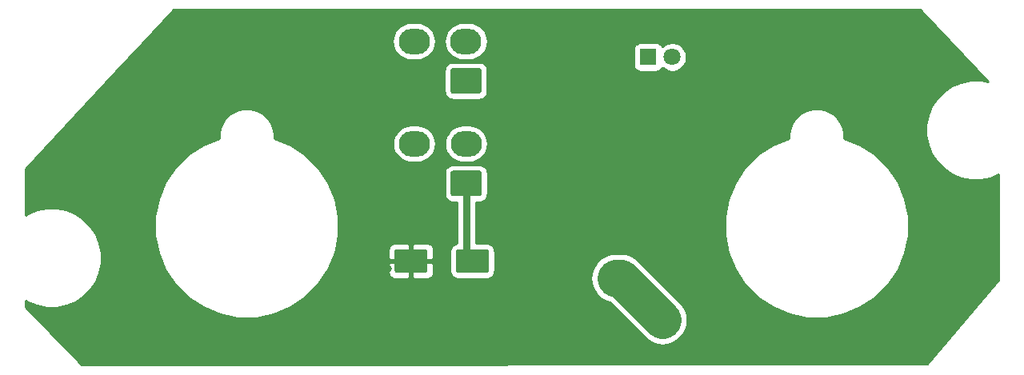
<source format=gbr>
%TF.GenerationSoftware,KiCad,Pcbnew,(5.1.10)-1*%
%TF.CreationDate,2021-10-30T22:23:43+11:00*%
%TF.ProjectId,HYD ISO Panel PCB V2,48594420-4953-44f2-9050-616e656c2050,rev?*%
%TF.SameCoordinates,Original*%
%TF.FileFunction,Copper,L2,Bot*%
%TF.FilePolarity,Positive*%
%FSLAX46Y46*%
G04 Gerber Fmt 4.6, Leading zero omitted, Abs format (unit mm)*
G04 Created by KiCad (PCBNEW (5.1.10)-1) date 2021-10-30 22:23:43*
%MOMM*%
%LPD*%
G01*
G04 APERTURE LIST*
%TA.AperFunction,ComponentPad*%
%ADD10O,3.300000X2.700000*%
%TD*%
%TA.AperFunction,ComponentPad*%
%ADD11C,1.800000*%
%TD*%
%TA.AperFunction,ComponentPad*%
%ADD12R,1.800000X1.800000*%
%TD*%
%TA.AperFunction,ViaPad*%
%ADD13C,0.800000*%
%TD*%
%TA.AperFunction,Conductor*%
%ADD14C,0.750000*%
%TD*%
%TA.AperFunction,Conductor*%
%ADD15C,4.000000*%
%TD*%
%TA.AperFunction,Conductor*%
%ADD16C,0.254000*%
%TD*%
%TA.AperFunction,Conductor*%
%ADD17C,0.100000*%
%TD*%
G04 APERTURE END LIST*
D10*
%TO.P,J2,4*%
%TO.N,/DATAOUT*%
X109485800Y-75164840D03*
%TO.P,J2,3*%
%TO.N,/LEDGND*%
X109485800Y-79364840D03*
%TO.P,J2,2*%
%TO.N,/LED+5V*%
X114985800Y-75164840D03*
%TO.P,J2,1*%
%TA.AperFunction,ComponentPad*%
G36*
G01*
X116385799Y-80714840D02*
X113585801Y-80714840D01*
G75*
G02*
X113335800Y-80464839I0J250001D01*
G01*
X113335800Y-78264841D01*
G75*
G02*
X113585801Y-78014840I250001J0D01*
G01*
X116385799Y-78014840D01*
G75*
G02*
X116635800Y-78264841I0J-250001D01*
G01*
X116635800Y-80464839D01*
G75*
G02*
X116385799Y-80714840I-250001J0D01*
G01*
G37*
%TD.AperFunction*%
%TD*%
%TO.P,J1,4*%
%TO.N,/DATAIN*%
X109468920Y-64320420D03*
%TO.P,J1,3*%
%TO.N,/LEDGND*%
X109468920Y-68520420D03*
%TO.P,J1,2*%
%TO.N,/LED+5V*%
X114968920Y-64320420D03*
%TO.P,J1,1*%
%TA.AperFunction,ComponentPad*%
G36*
G01*
X116368919Y-69870420D02*
X113568921Y-69870420D01*
G75*
G02*
X113318920Y-69620419I0J250001D01*
G01*
X113318920Y-67420421D01*
G75*
G02*
X113568921Y-67170420I250001J0D01*
G01*
X116368919Y-67170420D01*
G75*
G02*
X116618920Y-67420421I0J-250001D01*
G01*
X116618920Y-69620419D01*
G75*
G02*
X116368919Y-69870420I-250001J0D01*
G01*
G37*
%TD.AperFunction*%
%TD*%
%TO.P,C1,2*%
%TO.N,/LEDGND*%
%TA.AperFunction,SMDPad,CuDef*%
G36*
G01*
X110892460Y-86591900D02*
X110892460Y-88591900D01*
G75*
G02*
X110642460Y-88841900I-250000J0D01*
G01*
X107642460Y-88841900D01*
G75*
G02*
X107392460Y-88591900I0J250000D01*
G01*
X107392460Y-86591900D01*
G75*
G02*
X107642460Y-86341900I250000J0D01*
G01*
X110642460Y-86341900D01*
G75*
G02*
X110892460Y-86591900I0J-250000D01*
G01*
G37*
%TD.AperFunction*%
%TO.P,C1,1*%
%TO.N,/LED+5V*%
%TA.AperFunction,SMDPad,CuDef*%
G36*
G01*
X117392460Y-86591900D02*
X117392460Y-88591900D01*
G75*
G02*
X117142460Y-88841900I-250000J0D01*
G01*
X114142460Y-88841900D01*
G75*
G02*
X113892460Y-88591900I0J250000D01*
G01*
X113892460Y-86591900D01*
G75*
G02*
X114142460Y-86341900I250000J0D01*
G01*
X117142460Y-86341900D01*
G75*
G02*
X117392460Y-86591900I0J-250000D01*
G01*
G37*
%TD.AperFunction*%
%TD*%
D11*
%TO.P,D25,2*%
%TO.N,/LED+5V*%
X136800000Y-66000000D03*
D12*
%TO.P,D25,1*%
%TO.N,Net-(D25-Pad1)*%
X134260000Y-66000000D03*
%TD*%
D13*
%TO.N,/LEDGND*%
X89052400Y-97160080D03*
X100378460Y-96415660D03*
X83830160Y-91241880D03*
X96400620Y-69791580D03*
X101711760Y-75478640D03*
X106550660Y-81559200D03*
X106715560Y-88389460D03*
X130647440Y-64582040D03*
X126588520Y-67663060D03*
X123045220Y-88038940D03*
X123022360Y-78564740D03*
X126156720Y-96791780D03*
X144975580Y-92483940D03*
X142709900Y-71915020D03*
X166463980Y-83027520D03*
X165801440Y-90322000D03*
X161334546Y-94606206D03*
X155640859Y-97493001D03*
X81917540Y-76962611D03*
X156748480Y-69166740D03*
X161949612Y-74725388D03*
X142723340Y-78051660D03*
%TO.N,/LED+5V*%
X134747000Y-92837000D03*
X135255000Y-93345000D03*
X135763000Y-93853000D03*
X131826000Y-90424000D03*
X131318000Y-89916000D03*
X130810000Y-89408000D03*
%TD*%
D14*
%TO.N,/LED+5V*%
X114985800Y-86935240D02*
X115642460Y-87591900D01*
X114985800Y-79364840D02*
X114985800Y-86935240D01*
D15*
X131318000Y-89408000D02*
X135763000Y-93853000D01*
X130810000Y-89408000D02*
X131318000Y-89408000D01*
%TD*%
D16*
%TO.N,/LEDGND*%
X170251825Y-68613067D02*
X169420848Y-68447776D01*
X168381370Y-68447776D01*
X167361865Y-68650568D01*
X166401512Y-69048359D01*
X165537218Y-69625863D01*
X164802196Y-70360885D01*
X164224692Y-71225179D01*
X163826901Y-72185532D01*
X163624109Y-73205037D01*
X163624109Y-74244515D01*
X163826901Y-75264020D01*
X164224692Y-76224373D01*
X164802196Y-77088667D01*
X165537218Y-77823689D01*
X166401512Y-78401193D01*
X167361865Y-78798984D01*
X168381370Y-79001776D01*
X169420848Y-79001776D01*
X170440353Y-78798984D01*
X171298000Y-78443735D01*
X171298001Y-89621225D01*
X163745822Y-98440506D01*
X74280482Y-98589532D01*
X68360287Y-92434409D01*
X68361016Y-91759317D01*
X68611512Y-91926693D01*
X69571865Y-92324484D01*
X70591370Y-92527276D01*
X71630848Y-92527276D01*
X72650353Y-92324484D01*
X73610706Y-91926693D01*
X74475000Y-91349189D01*
X75210022Y-90614167D01*
X75787526Y-89749873D01*
X76185317Y-88789520D01*
X76388109Y-87770015D01*
X76388109Y-86730537D01*
X76185317Y-85711032D01*
X75787526Y-84750679D01*
X75210022Y-83886385D01*
X74475000Y-83151363D01*
X74138844Y-82926750D01*
X82021609Y-82926750D01*
X82021609Y-84842802D01*
X82395412Y-86722037D01*
X83128653Y-88492238D01*
X84193155Y-90085377D01*
X85548008Y-91440230D01*
X87141147Y-92504732D01*
X88911348Y-93237973D01*
X90790583Y-93611776D01*
X92706635Y-93611776D01*
X94585870Y-93237973D01*
X96356071Y-92504732D01*
X97949210Y-91440230D01*
X99304063Y-90085377D01*
X100134928Y-88841900D01*
X106754388Y-88841900D01*
X106766648Y-88966382D01*
X106802958Y-89086080D01*
X106861923Y-89196394D01*
X106941275Y-89293085D01*
X107037966Y-89372437D01*
X107148280Y-89431402D01*
X107267978Y-89467712D01*
X107392460Y-89479972D01*
X108856710Y-89476900D01*
X109015460Y-89318150D01*
X109015460Y-87718900D01*
X109269460Y-87718900D01*
X109269460Y-89318150D01*
X109428210Y-89476900D01*
X110892460Y-89479972D01*
X111016942Y-89467712D01*
X111136640Y-89431402D01*
X111246954Y-89372437D01*
X111343645Y-89293085D01*
X111422997Y-89196394D01*
X111481962Y-89086080D01*
X111518272Y-88966382D01*
X111530532Y-88841900D01*
X111527460Y-87877650D01*
X111368710Y-87718900D01*
X109269460Y-87718900D01*
X109015460Y-87718900D01*
X106916210Y-87718900D01*
X106757460Y-87877650D01*
X106754388Y-88841900D01*
X100134928Y-88841900D01*
X100368565Y-88492238D01*
X101101806Y-86722037D01*
X101177419Y-86341900D01*
X106754388Y-86341900D01*
X106757460Y-87306150D01*
X106916210Y-87464900D01*
X109015460Y-87464900D01*
X109015460Y-85865650D01*
X109269460Y-85865650D01*
X109269460Y-87464900D01*
X111368710Y-87464900D01*
X111527460Y-87306150D01*
X111530532Y-86341900D01*
X111518272Y-86217418D01*
X111481962Y-86097720D01*
X111422997Y-85987406D01*
X111343645Y-85890715D01*
X111246954Y-85811363D01*
X111136640Y-85752398D01*
X111016942Y-85716088D01*
X110892460Y-85703828D01*
X109428210Y-85706900D01*
X109269460Y-85865650D01*
X109015460Y-85865650D01*
X108856710Y-85706900D01*
X107392460Y-85703828D01*
X107267978Y-85716088D01*
X107148280Y-85752398D01*
X107037966Y-85811363D01*
X106941275Y-85890715D01*
X106861923Y-85987406D01*
X106802958Y-86097720D01*
X106766648Y-86217418D01*
X106754388Y-86341900D01*
X101177419Y-86341900D01*
X101475609Y-84842802D01*
X101475609Y-82926750D01*
X101101806Y-81047515D01*
X100368565Y-79277314D01*
X99692052Y-78264841D01*
X112697728Y-78264841D01*
X112697728Y-80464839D01*
X112714792Y-80638093D01*
X112765329Y-80804690D01*
X112847395Y-80958226D01*
X112957839Y-81092801D01*
X113092414Y-81203245D01*
X113245950Y-81285311D01*
X113412547Y-81335848D01*
X113585801Y-81352912D01*
X113975800Y-81352912D01*
X113975801Y-85720242D01*
X113969206Y-85720892D01*
X113802610Y-85771428D01*
X113649074Y-85853495D01*
X113514498Y-85963938D01*
X113404055Y-86098514D01*
X113321988Y-86252050D01*
X113271452Y-86418646D01*
X113254388Y-86591900D01*
X113254388Y-88591900D01*
X113271452Y-88765154D01*
X113321988Y-88931750D01*
X113404055Y-89085286D01*
X113514498Y-89219862D01*
X113649074Y-89330305D01*
X113802610Y-89412372D01*
X113969206Y-89462908D01*
X114142460Y-89479972D01*
X117142460Y-89479972D01*
X117315714Y-89462908D01*
X117482310Y-89412372D01*
X117490489Y-89408000D01*
X128162251Y-89408000D01*
X128213127Y-89924550D01*
X128363799Y-90421250D01*
X128608477Y-90879011D01*
X128937759Y-91280241D01*
X129338989Y-91609523D01*
X129796750Y-91854201D01*
X130142688Y-91959140D01*
X133991302Y-95807755D01*
X134291989Y-96054522D01*
X134749750Y-96299201D01*
X135246449Y-96449873D01*
X135762999Y-96500748D01*
X136279549Y-96449873D01*
X136776249Y-96299201D01*
X137234010Y-96054522D01*
X137635241Y-95725241D01*
X137964522Y-95324010D01*
X138209201Y-94866249D01*
X138359873Y-94369549D01*
X138410748Y-93852999D01*
X138359873Y-93336449D01*
X138209201Y-92839750D01*
X137964522Y-92381989D01*
X137717755Y-92081302D01*
X133272758Y-87636306D01*
X133190241Y-87535759D01*
X132789011Y-87206477D01*
X132331250Y-86961799D01*
X131834550Y-86811127D01*
X131447442Y-86773000D01*
X131447434Y-86773000D01*
X131318000Y-86760252D01*
X131188566Y-86773000D01*
X130680558Y-86773000D01*
X130293450Y-86811127D01*
X129796750Y-86961799D01*
X129338989Y-87206477D01*
X128937759Y-87535759D01*
X128608477Y-87936989D01*
X128363799Y-88394750D01*
X128213127Y-88891450D01*
X128162251Y-89408000D01*
X117490489Y-89408000D01*
X117635846Y-89330305D01*
X117770422Y-89219862D01*
X117880865Y-89085286D01*
X117962932Y-88931750D01*
X118013468Y-88765154D01*
X118030532Y-88591900D01*
X118030532Y-86591900D01*
X118013468Y-86418646D01*
X117962932Y-86252050D01*
X117880865Y-86098514D01*
X117770422Y-85963938D01*
X117635846Y-85853495D01*
X117482310Y-85771428D01*
X117315714Y-85720892D01*
X117142460Y-85703828D01*
X115995800Y-85703828D01*
X115995800Y-82926750D01*
X142346609Y-82926750D01*
X142346609Y-84842802D01*
X142720412Y-86722037D01*
X143453653Y-88492238D01*
X144518155Y-90085377D01*
X145873008Y-91440230D01*
X147466147Y-92504732D01*
X149236348Y-93237973D01*
X151115583Y-93611776D01*
X153031635Y-93611776D01*
X154910870Y-93237973D01*
X156681071Y-92504732D01*
X158274210Y-91440230D01*
X159629063Y-90085377D01*
X160693565Y-88492238D01*
X161426806Y-86722037D01*
X161800609Y-84842802D01*
X161800609Y-82926750D01*
X161426806Y-81047515D01*
X160693565Y-79277314D01*
X159629063Y-77684175D01*
X158274210Y-76329322D01*
X156681071Y-75264820D01*
X154986609Y-74562951D01*
X154986609Y-74072871D01*
X154874664Y-73510085D01*
X154655076Y-72979953D01*
X154336284Y-72502847D01*
X153930538Y-72097101D01*
X153453432Y-71778309D01*
X152923300Y-71558721D01*
X152360514Y-71446776D01*
X151786704Y-71446776D01*
X151223918Y-71558721D01*
X150693786Y-71778309D01*
X150216680Y-72097101D01*
X149810934Y-72502847D01*
X149492142Y-72979953D01*
X149272554Y-73510085D01*
X149160609Y-74072871D01*
X149160609Y-74562951D01*
X147466147Y-75264820D01*
X145873008Y-76329322D01*
X144518155Y-77684175D01*
X143453653Y-79277314D01*
X142720412Y-81047515D01*
X142346609Y-82926750D01*
X115995800Y-82926750D01*
X115995800Y-81352912D01*
X116385799Y-81352912D01*
X116559053Y-81335848D01*
X116725650Y-81285311D01*
X116879186Y-81203245D01*
X117013761Y-81092801D01*
X117124205Y-80958226D01*
X117206271Y-80804690D01*
X117256808Y-80638093D01*
X117273872Y-80464839D01*
X117273872Y-78264841D01*
X117256808Y-78091587D01*
X117206271Y-77924990D01*
X117124205Y-77771454D01*
X117013761Y-77636879D01*
X116879186Y-77526435D01*
X116725650Y-77444369D01*
X116559053Y-77393832D01*
X116385799Y-77376768D01*
X113585801Y-77376768D01*
X113412547Y-77393832D01*
X113245950Y-77444369D01*
X113092414Y-77526435D01*
X112957839Y-77636879D01*
X112847395Y-77771454D01*
X112765329Y-77924990D01*
X112714792Y-78091587D01*
X112697728Y-78264841D01*
X99692052Y-78264841D01*
X99304063Y-77684175D01*
X97949210Y-76329322D01*
X96356071Y-75264820D01*
X96114698Y-75164840D01*
X107191196Y-75164840D01*
X107229522Y-75553968D01*
X107343026Y-75928142D01*
X107527347Y-76272983D01*
X107775402Y-76575238D01*
X108077657Y-76823293D01*
X108422498Y-77007614D01*
X108796672Y-77121118D01*
X109088290Y-77149840D01*
X109883310Y-77149840D01*
X110174928Y-77121118D01*
X110549102Y-77007614D01*
X110893943Y-76823293D01*
X111196198Y-76575238D01*
X111444253Y-76272983D01*
X111628574Y-75928142D01*
X111742078Y-75553968D01*
X111780404Y-75164840D01*
X112691196Y-75164840D01*
X112729522Y-75553968D01*
X112843026Y-75928142D01*
X113027347Y-76272983D01*
X113275402Y-76575238D01*
X113577657Y-76823293D01*
X113922498Y-77007614D01*
X114296672Y-77121118D01*
X114588290Y-77149840D01*
X115383310Y-77149840D01*
X115674928Y-77121118D01*
X116049102Y-77007614D01*
X116393943Y-76823293D01*
X116696198Y-76575238D01*
X116944253Y-76272983D01*
X117128574Y-75928142D01*
X117242078Y-75553968D01*
X117280404Y-75164840D01*
X117242078Y-74775712D01*
X117128574Y-74401538D01*
X116944253Y-74056697D01*
X116696198Y-73754442D01*
X116393943Y-73506387D01*
X116049102Y-73322066D01*
X115674928Y-73208562D01*
X115383310Y-73179840D01*
X114588290Y-73179840D01*
X114296672Y-73208562D01*
X113922498Y-73322066D01*
X113577657Y-73506387D01*
X113275402Y-73754442D01*
X113027347Y-74056697D01*
X112843026Y-74401538D01*
X112729522Y-74775712D01*
X112691196Y-75164840D01*
X111780404Y-75164840D01*
X111742078Y-74775712D01*
X111628574Y-74401538D01*
X111444253Y-74056697D01*
X111196198Y-73754442D01*
X110893943Y-73506387D01*
X110549102Y-73322066D01*
X110174928Y-73208562D01*
X109883310Y-73179840D01*
X109088290Y-73179840D01*
X108796672Y-73208562D01*
X108422498Y-73322066D01*
X108077657Y-73506387D01*
X107775402Y-73754442D01*
X107527347Y-74056697D01*
X107343026Y-74401538D01*
X107229522Y-74775712D01*
X107191196Y-75164840D01*
X96114698Y-75164840D01*
X94661609Y-74562951D01*
X94661609Y-74072871D01*
X94549664Y-73510085D01*
X94330076Y-72979953D01*
X94011284Y-72502847D01*
X93605538Y-72097101D01*
X93128432Y-71778309D01*
X92598300Y-71558721D01*
X92035514Y-71446776D01*
X91461704Y-71446776D01*
X90898918Y-71558721D01*
X90368786Y-71778309D01*
X89891680Y-72097101D01*
X89485934Y-72502847D01*
X89167142Y-72979953D01*
X88947554Y-73510085D01*
X88835609Y-74072871D01*
X88835609Y-74562951D01*
X87141147Y-75264820D01*
X85548008Y-76329322D01*
X84193155Y-77684175D01*
X83128653Y-79277314D01*
X82395412Y-81047515D01*
X82021609Y-82926750D01*
X74138844Y-82926750D01*
X73610706Y-82573859D01*
X72650353Y-82176068D01*
X71630848Y-81973276D01*
X70591370Y-81973276D01*
X69571865Y-82176068D01*
X68611512Y-82573859D01*
X68370767Y-82734720D01*
X68376119Y-77780968D01*
X78031657Y-67420421D01*
X112680848Y-67420421D01*
X112680848Y-69620419D01*
X112697912Y-69793673D01*
X112748449Y-69960270D01*
X112830515Y-70113806D01*
X112940959Y-70248381D01*
X113075534Y-70358825D01*
X113229070Y-70440891D01*
X113395667Y-70491428D01*
X113568921Y-70508492D01*
X116368919Y-70508492D01*
X116542173Y-70491428D01*
X116708770Y-70440891D01*
X116862306Y-70358825D01*
X116996881Y-70248381D01*
X117107325Y-70113806D01*
X117189391Y-69960270D01*
X117239928Y-69793673D01*
X117256992Y-69620419D01*
X117256992Y-67420421D01*
X117239928Y-67247167D01*
X117189391Y-67080570D01*
X117107325Y-66927034D01*
X116996881Y-66792459D01*
X116862306Y-66682015D01*
X116708770Y-66599949D01*
X116542173Y-66549412D01*
X116368919Y-66532348D01*
X113568921Y-66532348D01*
X113395667Y-66549412D01*
X113229070Y-66599949D01*
X113075534Y-66682015D01*
X112940959Y-66792459D01*
X112830515Y-66927034D01*
X112748449Y-67080570D01*
X112697912Y-67247167D01*
X112680848Y-67420421D01*
X78031657Y-67420421D01*
X80920712Y-64320420D01*
X107174316Y-64320420D01*
X107212642Y-64709548D01*
X107326146Y-65083722D01*
X107510467Y-65428563D01*
X107758522Y-65730818D01*
X108060777Y-65978873D01*
X108405618Y-66163194D01*
X108779792Y-66276698D01*
X109071410Y-66305420D01*
X109866430Y-66305420D01*
X110158048Y-66276698D01*
X110532222Y-66163194D01*
X110877063Y-65978873D01*
X111179318Y-65730818D01*
X111427373Y-65428563D01*
X111611694Y-65083722D01*
X111725198Y-64709548D01*
X111763524Y-64320420D01*
X112674316Y-64320420D01*
X112712642Y-64709548D01*
X112826146Y-65083722D01*
X113010467Y-65428563D01*
X113258522Y-65730818D01*
X113560777Y-65978873D01*
X113905618Y-66163194D01*
X114279792Y-66276698D01*
X114571410Y-66305420D01*
X115366430Y-66305420D01*
X115658048Y-66276698D01*
X116032222Y-66163194D01*
X116377063Y-65978873D01*
X116679318Y-65730818D01*
X116927373Y-65428563D01*
X117102993Y-65100000D01*
X132721928Y-65100000D01*
X132721928Y-66900000D01*
X132734188Y-67024482D01*
X132770498Y-67144180D01*
X132829463Y-67254494D01*
X132908815Y-67351185D01*
X133005506Y-67430537D01*
X133115820Y-67489502D01*
X133235518Y-67525812D01*
X133360000Y-67538072D01*
X135160000Y-67538072D01*
X135284482Y-67525812D01*
X135404180Y-67489502D01*
X135514494Y-67430537D01*
X135611185Y-67351185D01*
X135690537Y-67254494D01*
X135749502Y-67144180D01*
X135755056Y-67125873D01*
X135821495Y-67192312D01*
X136072905Y-67360299D01*
X136352257Y-67476011D01*
X136648816Y-67535000D01*
X136951184Y-67535000D01*
X137247743Y-67476011D01*
X137527095Y-67360299D01*
X137778505Y-67192312D01*
X137992312Y-66978505D01*
X138160299Y-66727095D01*
X138276011Y-66447743D01*
X138335000Y-66151184D01*
X138335000Y-65848816D01*
X138276011Y-65552257D01*
X138160299Y-65272905D01*
X137992312Y-65021495D01*
X137778505Y-64807688D01*
X137527095Y-64639701D01*
X137247743Y-64523989D01*
X136951184Y-64465000D01*
X136648816Y-64465000D01*
X136352257Y-64523989D01*
X136072905Y-64639701D01*
X135821495Y-64807688D01*
X135755056Y-64874127D01*
X135749502Y-64855820D01*
X135690537Y-64745506D01*
X135611185Y-64648815D01*
X135514494Y-64569463D01*
X135404180Y-64510498D01*
X135284482Y-64474188D01*
X135160000Y-64461928D01*
X133360000Y-64461928D01*
X133235518Y-64474188D01*
X133115820Y-64510498D01*
X133005506Y-64569463D01*
X132908815Y-64648815D01*
X132829463Y-64745506D01*
X132770498Y-64855820D01*
X132734188Y-64975518D01*
X132721928Y-65100000D01*
X117102993Y-65100000D01*
X117111694Y-65083722D01*
X117225198Y-64709548D01*
X117263524Y-64320420D01*
X117225198Y-63931292D01*
X117111694Y-63557118D01*
X116927373Y-63212277D01*
X116679318Y-62910022D01*
X116377063Y-62661967D01*
X116032222Y-62477646D01*
X115658048Y-62364142D01*
X115366430Y-62335420D01*
X114571410Y-62335420D01*
X114279792Y-62364142D01*
X113905618Y-62477646D01*
X113560777Y-62661967D01*
X113258522Y-62910022D01*
X113010467Y-63212277D01*
X112826146Y-63557118D01*
X112712642Y-63931292D01*
X112674316Y-64320420D01*
X111763524Y-64320420D01*
X111725198Y-63931292D01*
X111611694Y-63557118D01*
X111427373Y-63212277D01*
X111179318Y-62910022D01*
X110877063Y-62661967D01*
X110532222Y-62477646D01*
X110158048Y-62364142D01*
X109866430Y-62335420D01*
X109071410Y-62335420D01*
X108779792Y-62364142D01*
X108405618Y-62477646D01*
X108060777Y-62661967D01*
X107758522Y-62910022D01*
X107510467Y-63212277D01*
X107326146Y-63557118D01*
X107212642Y-63931292D01*
X107174316Y-64320420D01*
X80920712Y-64320420D01*
X84005495Y-61010400D01*
X162988943Y-61010400D01*
X170251825Y-68613067D01*
%TA.AperFunction,Conductor*%
D17*
G36*
X170251825Y-68613067D02*
G01*
X169420848Y-68447776D01*
X168381370Y-68447776D01*
X167361865Y-68650568D01*
X166401512Y-69048359D01*
X165537218Y-69625863D01*
X164802196Y-70360885D01*
X164224692Y-71225179D01*
X163826901Y-72185532D01*
X163624109Y-73205037D01*
X163624109Y-74244515D01*
X163826901Y-75264020D01*
X164224692Y-76224373D01*
X164802196Y-77088667D01*
X165537218Y-77823689D01*
X166401512Y-78401193D01*
X167361865Y-78798984D01*
X168381370Y-79001776D01*
X169420848Y-79001776D01*
X170440353Y-78798984D01*
X171298000Y-78443735D01*
X171298001Y-89621225D01*
X163745822Y-98440506D01*
X74280482Y-98589532D01*
X68360287Y-92434409D01*
X68361016Y-91759317D01*
X68611512Y-91926693D01*
X69571865Y-92324484D01*
X70591370Y-92527276D01*
X71630848Y-92527276D01*
X72650353Y-92324484D01*
X73610706Y-91926693D01*
X74475000Y-91349189D01*
X75210022Y-90614167D01*
X75787526Y-89749873D01*
X76185317Y-88789520D01*
X76388109Y-87770015D01*
X76388109Y-86730537D01*
X76185317Y-85711032D01*
X75787526Y-84750679D01*
X75210022Y-83886385D01*
X74475000Y-83151363D01*
X74138844Y-82926750D01*
X82021609Y-82926750D01*
X82021609Y-84842802D01*
X82395412Y-86722037D01*
X83128653Y-88492238D01*
X84193155Y-90085377D01*
X85548008Y-91440230D01*
X87141147Y-92504732D01*
X88911348Y-93237973D01*
X90790583Y-93611776D01*
X92706635Y-93611776D01*
X94585870Y-93237973D01*
X96356071Y-92504732D01*
X97949210Y-91440230D01*
X99304063Y-90085377D01*
X100134928Y-88841900D01*
X106754388Y-88841900D01*
X106766648Y-88966382D01*
X106802958Y-89086080D01*
X106861923Y-89196394D01*
X106941275Y-89293085D01*
X107037966Y-89372437D01*
X107148280Y-89431402D01*
X107267978Y-89467712D01*
X107392460Y-89479972D01*
X108856710Y-89476900D01*
X109015460Y-89318150D01*
X109015460Y-87718900D01*
X109269460Y-87718900D01*
X109269460Y-89318150D01*
X109428210Y-89476900D01*
X110892460Y-89479972D01*
X111016942Y-89467712D01*
X111136640Y-89431402D01*
X111246954Y-89372437D01*
X111343645Y-89293085D01*
X111422997Y-89196394D01*
X111481962Y-89086080D01*
X111518272Y-88966382D01*
X111530532Y-88841900D01*
X111527460Y-87877650D01*
X111368710Y-87718900D01*
X109269460Y-87718900D01*
X109015460Y-87718900D01*
X106916210Y-87718900D01*
X106757460Y-87877650D01*
X106754388Y-88841900D01*
X100134928Y-88841900D01*
X100368565Y-88492238D01*
X101101806Y-86722037D01*
X101177419Y-86341900D01*
X106754388Y-86341900D01*
X106757460Y-87306150D01*
X106916210Y-87464900D01*
X109015460Y-87464900D01*
X109015460Y-85865650D01*
X109269460Y-85865650D01*
X109269460Y-87464900D01*
X111368710Y-87464900D01*
X111527460Y-87306150D01*
X111530532Y-86341900D01*
X111518272Y-86217418D01*
X111481962Y-86097720D01*
X111422997Y-85987406D01*
X111343645Y-85890715D01*
X111246954Y-85811363D01*
X111136640Y-85752398D01*
X111016942Y-85716088D01*
X110892460Y-85703828D01*
X109428210Y-85706900D01*
X109269460Y-85865650D01*
X109015460Y-85865650D01*
X108856710Y-85706900D01*
X107392460Y-85703828D01*
X107267978Y-85716088D01*
X107148280Y-85752398D01*
X107037966Y-85811363D01*
X106941275Y-85890715D01*
X106861923Y-85987406D01*
X106802958Y-86097720D01*
X106766648Y-86217418D01*
X106754388Y-86341900D01*
X101177419Y-86341900D01*
X101475609Y-84842802D01*
X101475609Y-82926750D01*
X101101806Y-81047515D01*
X100368565Y-79277314D01*
X99692052Y-78264841D01*
X112697728Y-78264841D01*
X112697728Y-80464839D01*
X112714792Y-80638093D01*
X112765329Y-80804690D01*
X112847395Y-80958226D01*
X112957839Y-81092801D01*
X113092414Y-81203245D01*
X113245950Y-81285311D01*
X113412547Y-81335848D01*
X113585801Y-81352912D01*
X113975800Y-81352912D01*
X113975801Y-85720242D01*
X113969206Y-85720892D01*
X113802610Y-85771428D01*
X113649074Y-85853495D01*
X113514498Y-85963938D01*
X113404055Y-86098514D01*
X113321988Y-86252050D01*
X113271452Y-86418646D01*
X113254388Y-86591900D01*
X113254388Y-88591900D01*
X113271452Y-88765154D01*
X113321988Y-88931750D01*
X113404055Y-89085286D01*
X113514498Y-89219862D01*
X113649074Y-89330305D01*
X113802610Y-89412372D01*
X113969206Y-89462908D01*
X114142460Y-89479972D01*
X117142460Y-89479972D01*
X117315714Y-89462908D01*
X117482310Y-89412372D01*
X117490489Y-89408000D01*
X128162251Y-89408000D01*
X128213127Y-89924550D01*
X128363799Y-90421250D01*
X128608477Y-90879011D01*
X128937759Y-91280241D01*
X129338989Y-91609523D01*
X129796750Y-91854201D01*
X130142688Y-91959140D01*
X133991302Y-95807755D01*
X134291989Y-96054522D01*
X134749750Y-96299201D01*
X135246449Y-96449873D01*
X135762999Y-96500748D01*
X136279549Y-96449873D01*
X136776249Y-96299201D01*
X137234010Y-96054522D01*
X137635241Y-95725241D01*
X137964522Y-95324010D01*
X138209201Y-94866249D01*
X138359873Y-94369549D01*
X138410748Y-93852999D01*
X138359873Y-93336449D01*
X138209201Y-92839750D01*
X137964522Y-92381989D01*
X137717755Y-92081302D01*
X133272758Y-87636306D01*
X133190241Y-87535759D01*
X132789011Y-87206477D01*
X132331250Y-86961799D01*
X131834550Y-86811127D01*
X131447442Y-86773000D01*
X131447434Y-86773000D01*
X131318000Y-86760252D01*
X131188566Y-86773000D01*
X130680558Y-86773000D01*
X130293450Y-86811127D01*
X129796750Y-86961799D01*
X129338989Y-87206477D01*
X128937759Y-87535759D01*
X128608477Y-87936989D01*
X128363799Y-88394750D01*
X128213127Y-88891450D01*
X128162251Y-89408000D01*
X117490489Y-89408000D01*
X117635846Y-89330305D01*
X117770422Y-89219862D01*
X117880865Y-89085286D01*
X117962932Y-88931750D01*
X118013468Y-88765154D01*
X118030532Y-88591900D01*
X118030532Y-86591900D01*
X118013468Y-86418646D01*
X117962932Y-86252050D01*
X117880865Y-86098514D01*
X117770422Y-85963938D01*
X117635846Y-85853495D01*
X117482310Y-85771428D01*
X117315714Y-85720892D01*
X117142460Y-85703828D01*
X115995800Y-85703828D01*
X115995800Y-82926750D01*
X142346609Y-82926750D01*
X142346609Y-84842802D01*
X142720412Y-86722037D01*
X143453653Y-88492238D01*
X144518155Y-90085377D01*
X145873008Y-91440230D01*
X147466147Y-92504732D01*
X149236348Y-93237973D01*
X151115583Y-93611776D01*
X153031635Y-93611776D01*
X154910870Y-93237973D01*
X156681071Y-92504732D01*
X158274210Y-91440230D01*
X159629063Y-90085377D01*
X160693565Y-88492238D01*
X161426806Y-86722037D01*
X161800609Y-84842802D01*
X161800609Y-82926750D01*
X161426806Y-81047515D01*
X160693565Y-79277314D01*
X159629063Y-77684175D01*
X158274210Y-76329322D01*
X156681071Y-75264820D01*
X154986609Y-74562951D01*
X154986609Y-74072871D01*
X154874664Y-73510085D01*
X154655076Y-72979953D01*
X154336284Y-72502847D01*
X153930538Y-72097101D01*
X153453432Y-71778309D01*
X152923300Y-71558721D01*
X152360514Y-71446776D01*
X151786704Y-71446776D01*
X151223918Y-71558721D01*
X150693786Y-71778309D01*
X150216680Y-72097101D01*
X149810934Y-72502847D01*
X149492142Y-72979953D01*
X149272554Y-73510085D01*
X149160609Y-74072871D01*
X149160609Y-74562951D01*
X147466147Y-75264820D01*
X145873008Y-76329322D01*
X144518155Y-77684175D01*
X143453653Y-79277314D01*
X142720412Y-81047515D01*
X142346609Y-82926750D01*
X115995800Y-82926750D01*
X115995800Y-81352912D01*
X116385799Y-81352912D01*
X116559053Y-81335848D01*
X116725650Y-81285311D01*
X116879186Y-81203245D01*
X117013761Y-81092801D01*
X117124205Y-80958226D01*
X117206271Y-80804690D01*
X117256808Y-80638093D01*
X117273872Y-80464839D01*
X117273872Y-78264841D01*
X117256808Y-78091587D01*
X117206271Y-77924990D01*
X117124205Y-77771454D01*
X117013761Y-77636879D01*
X116879186Y-77526435D01*
X116725650Y-77444369D01*
X116559053Y-77393832D01*
X116385799Y-77376768D01*
X113585801Y-77376768D01*
X113412547Y-77393832D01*
X113245950Y-77444369D01*
X113092414Y-77526435D01*
X112957839Y-77636879D01*
X112847395Y-77771454D01*
X112765329Y-77924990D01*
X112714792Y-78091587D01*
X112697728Y-78264841D01*
X99692052Y-78264841D01*
X99304063Y-77684175D01*
X97949210Y-76329322D01*
X96356071Y-75264820D01*
X96114698Y-75164840D01*
X107191196Y-75164840D01*
X107229522Y-75553968D01*
X107343026Y-75928142D01*
X107527347Y-76272983D01*
X107775402Y-76575238D01*
X108077657Y-76823293D01*
X108422498Y-77007614D01*
X108796672Y-77121118D01*
X109088290Y-77149840D01*
X109883310Y-77149840D01*
X110174928Y-77121118D01*
X110549102Y-77007614D01*
X110893943Y-76823293D01*
X111196198Y-76575238D01*
X111444253Y-76272983D01*
X111628574Y-75928142D01*
X111742078Y-75553968D01*
X111780404Y-75164840D01*
X112691196Y-75164840D01*
X112729522Y-75553968D01*
X112843026Y-75928142D01*
X113027347Y-76272983D01*
X113275402Y-76575238D01*
X113577657Y-76823293D01*
X113922498Y-77007614D01*
X114296672Y-77121118D01*
X114588290Y-77149840D01*
X115383310Y-77149840D01*
X115674928Y-77121118D01*
X116049102Y-77007614D01*
X116393943Y-76823293D01*
X116696198Y-76575238D01*
X116944253Y-76272983D01*
X117128574Y-75928142D01*
X117242078Y-75553968D01*
X117280404Y-75164840D01*
X117242078Y-74775712D01*
X117128574Y-74401538D01*
X116944253Y-74056697D01*
X116696198Y-73754442D01*
X116393943Y-73506387D01*
X116049102Y-73322066D01*
X115674928Y-73208562D01*
X115383310Y-73179840D01*
X114588290Y-73179840D01*
X114296672Y-73208562D01*
X113922498Y-73322066D01*
X113577657Y-73506387D01*
X113275402Y-73754442D01*
X113027347Y-74056697D01*
X112843026Y-74401538D01*
X112729522Y-74775712D01*
X112691196Y-75164840D01*
X111780404Y-75164840D01*
X111742078Y-74775712D01*
X111628574Y-74401538D01*
X111444253Y-74056697D01*
X111196198Y-73754442D01*
X110893943Y-73506387D01*
X110549102Y-73322066D01*
X110174928Y-73208562D01*
X109883310Y-73179840D01*
X109088290Y-73179840D01*
X108796672Y-73208562D01*
X108422498Y-73322066D01*
X108077657Y-73506387D01*
X107775402Y-73754442D01*
X107527347Y-74056697D01*
X107343026Y-74401538D01*
X107229522Y-74775712D01*
X107191196Y-75164840D01*
X96114698Y-75164840D01*
X94661609Y-74562951D01*
X94661609Y-74072871D01*
X94549664Y-73510085D01*
X94330076Y-72979953D01*
X94011284Y-72502847D01*
X93605538Y-72097101D01*
X93128432Y-71778309D01*
X92598300Y-71558721D01*
X92035514Y-71446776D01*
X91461704Y-71446776D01*
X90898918Y-71558721D01*
X90368786Y-71778309D01*
X89891680Y-72097101D01*
X89485934Y-72502847D01*
X89167142Y-72979953D01*
X88947554Y-73510085D01*
X88835609Y-74072871D01*
X88835609Y-74562951D01*
X87141147Y-75264820D01*
X85548008Y-76329322D01*
X84193155Y-77684175D01*
X83128653Y-79277314D01*
X82395412Y-81047515D01*
X82021609Y-82926750D01*
X74138844Y-82926750D01*
X73610706Y-82573859D01*
X72650353Y-82176068D01*
X71630848Y-81973276D01*
X70591370Y-81973276D01*
X69571865Y-82176068D01*
X68611512Y-82573859D01*
X68370767Y-82734720D01*
X68376119Y-77780968D01*
X78031657Y-67420421D01*
X112680848Y-67420421D01*
X112680848Y-69620419D01*
X112697912Y-69793673D01*
X112748449Y-69960270D01*
X112830515Y-70113806D01*
X112940959Y-70248381D01*
X113075534Y-70358825D01*
X113229070Y-70440891D01*
X113395667Y-70491428D01*
X113568921Y-70508492D01*
X116368919Y-70508492D01*
X116542173Y-70491428D01*
X116708770Y-70440891D01*
X116862306Y-70358825D01*
X116996881Y-70248381D01*
X117107325Y-70113806D01*
X117189391Y-69960270D01*
X117239928Y-69793673D01*
X117256992Y-69620419D01*
X117256992Y-67420421D01*
X117239928Y-67247167D01*
X117189391Y-67080570D01*
X117107325Y-66927034D01*
X116996881Y-66792459D01*
X116862306Y-66682015D01*
X116708770Y-66599949D01*
X116542173Y-66549412D01*
X116368919Y-66532348D01*
X113568921Y-66532348D01*
X113395667Y-66549412D01*
X113229070Y-66599949D01*
X113075534Y-66682015D01*
X112940959Y-66792459D01*
X112830515Y-66927034D01*
X112748449Y-67080570D01*
X112697912Y-67247167D01*
X112680848Y-67420421D01*
X78031657Y-67420421D01*
X80920712Y-64320420D01*
X107174316Y-64320420D01*
X107212642Y-64709548D01*
X107326146Y-65083722D01*
X107510467Y-65428563D01*
X107758522Y-65730818D01*
X108060777Y-65978873D01*
X108405618Y-66163194D01*
X108779792Y-66276698D01*
X109071410Y-66305420D01*
X109866430Y-66305420D01*
X110158048Y-66276698D01*
X110532222Y-66163194D01*
X110877063Y-65978873D01*
X111179318Y-65730818D01*
X111427373Y-65428563D01*
X111611694Y-65083722D01*
X111725198Y-64709548D01*
X111763524Y-64320420D01*
X112674316Y-64320420D01*
X112712642Y-64709548D01*
X112826146Y-65083722D01*
X113010467Y-65428563D01*
X113258522Y-65730818D01*
X113560777Y-65978873D01*
X113905618Y-66163194D01*
X114279792Y-66276698D01*
X114571410Y-66305420D01*
X115366430Y-66305420D01*
X115658048Y-66276698D01*
X116032222Y-66163194D01*
X116377063Y-65978873D01*
X116679318Y-65730818D01*
X116927373Y-65428563D01*
X117102993Y-65100000D01*
X132721928Y-65100000D01*
X132721928Y-66900000D01*
X132734188Y-67024482D01*
X132770498Y-67144180D01*
X132829463Y-67254494D01*
X132908815Y-67351185D01*
X133005506Y-67430537D01*
X133115820Y-67489502D01*
X133235518Y-67525812D01*
X133360000Y-67538072D01*
X135160000Y-67538072D01*
X135284482Y-67525812D01*
X135404180Y-67489502D01*
X135514494Y-67430537D01*
X135611185Y-67351185D01*
X135690537Y-67254494D01*
X135749502Y-67144180D01*
X135755056Y-67125873D01*
X135821495Y-67192312D01*
X136072905Y-67360299D01*
X136352257Y-67476011D01*
X136648816Y-67535000D01*
X136951184Y-67535000D01*
X137247743Y-67476011D01*
X137527095Y-67360299D01*
X137778505Y-67192312D01*
X137992312Y-66978505D01*
X138160299Y-66727095D01*
X138276011Y-66447743D01*
X138335000Y-66151184D01*
X138335000Y-65848816D01*
X138276011Y-65552257D01*
X138160299Y-65272905D01*
X137992312Y-65021495D01*
X137778505Y-64807688D01*
X137527095Y-64639701D01*
X137247743Y-64523989D01*
X136951184Y-64465000D01*
X136648816Y-64465000D01*
X136352257Y-64523989D01*
X136072905Y-64639701D01*
X135821495Y-64807688D01*
X135755056Y-64874127D01*
X135749502Y-64855820D01*
X135690537Y-64745506D01*
X135611185Y-64648815D01*
X135514494Y-64569463D01*
X135404180Y-64510498D01*
X135284482Y-64474188D01*
X135160000Y-64461928D01*
X133360000Y-64461928D01*
X133235518Y-64474188D01*
X133115820Y-64510498D01*
X133005506Y-64569463D01*
X132908815Y-64648815D01*
X132829463Y-64745506D01*
X132770498Y-64855820D01*
X132734188Y-64975518D01*
X132721928Y-65100000D01*
X117102993Y-65100000D01*
X117111694Y-65083722D01*
X117225198Y-64709548D01*
X117263524Y-64320420D01*
X117225198Y-63931292D01*
X117111694Y-63557118D01*
X116927373Y-63212277D01*
X116679318Y-62910022D01*
X116377063Y-62661967D01*
X116032222Y-62477646D01*
X115658048Y-62364142D01*
X115366430Y-62335420D01*
X114571410Y-62335420D01*
X114279792Y-62364142D01*
X113905618Y-62477646D01*
X113560777Y-62661967D01*
X113258522Y-62910022D01*
X113010467Y-63212277D01*
X112826146Y-63557118D01*
X112712642Y-63931292D01*
X112674316Y-64320420D01*
X111763524Y-64320420D01*
X111725198Y-63931292D01*
X111611694Y-63557118D01*
X111427373Y-63212277D01*
X111179318Y-62910022D01*
X110877063Y-62661967D01*
X110532222Y-62477646D01*
X110158048Y-62364142D01*
X109866430Y-62335420D01*
X109071410Y-62335420D01*
X108779792Y-62364142D01*
X108405618Y-62477646D01*
X108060777Y-62661967D01*
X107758522Y-62910022D01*
X107510467Y-63212277D01*
X107326146Y-63557118D01*
X107212642Y-63931292D01*
X107174316Y-64320420D01*
X80920712Y-64320420D01*
X84005495Y-61010400D01*
X162988943Y-61010400D01*
X170251825Y-68613067D01*
G37*
%TD.AperFunction*%
%TD*%
M02*

</source>
